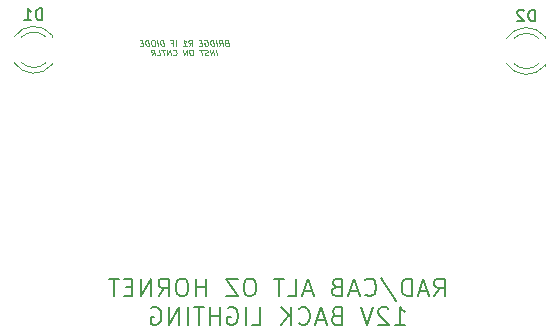
<source format=gbr>
%TF.GenerationSoftware,KiCad,Pcbnew,(6.0.7-1)-1*%
%TF.CreationDate,2023-10-30T20:01:34+10:00*%
%TF.ProjectId,GAUGE_Analog Instruments-12v,47415547-455f-4416-9e61-6c6f6720496e,rev?*%
%TF.SameCoordinates,Original*%
%TF.FileFunction,Legend,Bot*%
%TF.FilePolarity,Positive*%
%FSLAX46Y46*%
G04 Gerber Fmt 4.6, Leading zero omitted, Abs format (unit mm)*
G04 Created by KiCad (PCBNEW (6.0.7-1)-1) date 2023-10-30 20:01:34*
%MOMM*%
%LPD*%
G01*
G04 APERTURE LIST*
%ADD10C,0.200000*%
%ADD11C,0.100000*%
%ADD12C,0.150000*%
%ADD13C,0.120000*%
G04 APERTURE END LIST*
D10*
X193365515Y-99455645D02*
X193865515Y-98741359D01*
X194222657Y-99455645D02*
X194222657Y-97955645D01*
X193651229Y-97955645D01*
X193508372Y-98027074D01*
X193436943Y-98098502D01*
X193365515Y-98241359D01*
X193365515Y-98455645D01*
X193436943Y-98598502D01*
X193508372Y-98669931D01*
X193651229Y-98741359D01*
X194222657Y-98741359D01*
X192794086Y-99027074D02*
X192079800Y-99027074D01*
X192936943Y-99455645D02*
X192436943Y-97955645D01*
X191936943Y-99455645D01*
X191436943Y-99455645D02*
X191436943Y-97955645D01*
X191079800Y-97955645D01*
X190865515Y-98027074D01*
X190722657Y-98169931D01*
X190651229Y-98312788D01*
X190579800Y-98598502D01*
X190579800Y-98812788D01*
X190651229Y-99098502D01*
X190722657Y-99241359D01*
X190865515Y-99384216D01*
X191079800Y-99455645D01*
X191436943Y-99455645D01*
X188865515Y-97884216D02*
X190151229Y-99812788D01*
X187508372Y-99312788D02*
X187579800Y-99384216D01*
X187794086Y-99455645D01*
X187936943Y-99455645D01*
X188151229Y-99384216D01*
X188294086Y-99241359D01*
X188365515Y-99098502D01*
X188436943Y-98812788D01*
X188436943Y-98598502D01*
X188365515Y-98312788D01*
X188294086Y-98169931D01*
X188151229Y-98027074D01*
X187936943Y-97955645D01*
X187794086Y-97955645D01*
X187579800Y-98027074D01*
X187508372Y-98098502D01*
X186936943Y-99027074D02*
X186222657Y-99027074D01*
X187079800Y-99455645D02*
X186579800Y-97955645D01*
X186079800Y-99455645D01*
X185079800Y-98669931D02*
X184865515Y-98741359D01*
X184794086Y-98812788D01*
X184722657Y-98955645D01*
X184722657Y-99169931D01*
X184794086Y-99312788D01*
X184865515Y-99384216D01*
X185008372Y-99455645D01*
X185579800Y-99455645D01*
X185579800Y-97955645D01*
X185079800Y-97955645D01*
X184936943Y-98027074D01*
X184865515Y-98098502D01*
X184794086Y-98241359D01*
X184794086Y-98384216D01*
X184865515Y-98527074D01*
X184936943Y-98598502D01*
X185079800Y-98669931D01*
X185579800Y-98669931D01*
X183008372Y-99027074D02*
X182294086Y-99027074D01*
X183151229Y-99455645D02*
X182651229Y-97955645D01*
X182151229Y-99455645D01*
X180936943Y-99455645D02*
X181651229Y-99455645D01*
X181651229Y-97955645D01*
X180651229Y-97955645D02*
X179794086Y-97955645D01*
X180222657Y-99455645D02*
X180222657Y-97955645D01*
X177865515Y-97955645D02*
X177579800Y-97955645D01*
X177436943Y-98027074D01*
X177294086Y-98169931D01*
X177222657Y-98455645D01*
X177222657Y-98955645D01*
X177294086Y-99241359D01*
X177436943Y-99384216D01*
X177579800Y-99455645D01*
X177865515Y-99455645D01*
X178008372Y-99384216D01*
X178151229Y-99241359D01*
X178222657Y-98955645D01*
X178222657Y-98455645D01*
X178151229Y-98169931D01*
X178008372Y-98027074D01*
X177865515Y-97955645D01*
X176722657Y-97955645D02*
X175722657Y-97955645D01*
X176722657Y-99455645D01*
X175722657Y-99455645D01*
X174008372Y-99455645D02*
X174008372Y-97955645D01*
X174008372Y-98669931D02*
X173151229Y-98669931D01*
X173151229Y-99455645D02*
X173151229Y-97955645D01*
X172151229Y-97955645D02*
X171865515Y-97955645D01*
X171722657Y-98027074D01*
X171579800Y-98169931D01*
X171508372Y-98455645D01*
X171508372Y-98955645D01*
X171579800Y-99241359D01*
X171722657Y-99384216D01*
X171865515Y-99455645D01*
X172151229Y-99455645D01*
X172294086Y-99384216D01*
X172436943Y-99241359D01*
X172508372Y-98955645D01*
X172508372Y-98455645D01*
X172436943Y-98169931D01*
X172294086Y-98027074D01*
X172151229Y-97955645D01*
X170008372Y-99455645D02*
X170508372Y-98741359D01*
X170865515Y-99455645D02*
X170865515Y-97955645D01*
X170294086Y-97955645D01*
X170151229Y-98027074D01*
X170079800Y-98098502D01*
X170008372Y-98241359D01*
X170008372Y-98455645D01*
X170079800Y-98598502D01*
X170151229Y-98669931D01*
X170294086Y-98741359D01*
X170865515Y-98741359D01*
X169365515Y-99455645D02*
X169365515Y-97955645D01*
X168508372Y-99455645D01*
X168508372Y-97955645D01*
X167794086Y-98669931D02*
X167294086Y-98669931D01*
X167079800Y-99455645D02*
X167794086Y-99455645D01*
X167794086Y-97955645D01*
X167079800Y-97955645D01*
X166651229Y-97955645D02*
X165794086Y-97955645D01*
X166222657Y-99455645D02*
X166222657Y-97955645D01*
X190044086Y-101870645D02*
X190901229Y-101870645D01*
X190472657Y-101870645D02*
X190472657Y-100370645D01*
X190615515Y-100584931D01*
X190758372Y-100727788D01*
X190901229Y-100799216D01*
X189472657Y-100513502D02*
X189401229Y-100442074D01*
X189258372Y-100370645D01*
X188901229Y-100370645D01*
X188758372Y-100442074D01*
X188686943Y-100513502D01*
X188615515Y-100656359D01*
X188615515Y-100799216D01*
X188686943Y-101013502D01*
X189544086Y-101870645D01*
X188615515Y-101870645D01*
X188186943Y-100370645D02*
X187686943Y-101870645D01*
X187186943Y-100370645D01*
X185044086Y-101084931D02*
X184829800Y-101156359D01*
X184758372Y-101227788D01*
X184686943Y-101370645D01*
X184686943Y-101584931D01*
X184758372Y-101727788D01*
X184829800Y-101799216D01*
X184972657Y-101870645D01*
X185544086Y-101870645D01*
X185544086Y-100370645D01*
X185044086Y-100370645D01*
X184901229Y-100442074D01*
X184829800Y-100513502D01*
X184758372Y-100656359D01*
X184758372Y-100799216D01*
X184829800Y-100942074D01*
X184901229Y-101013502D01*
X185044086Y-101084931D01*
X185544086Y-101084931D01*
X184115515Y-101442074D02*
X183401229Y-101442074D01*
X184258372Y-101870645D02*
X183758372Y-100370645D01*
X183258372Y-101870645D01*
X181901229Y-101727788D02*
X181972657Y-101799216D01*
X182186943Y-101870645D01*
X182329800Y-101870645D01*
X182544086Y-101799216D01*
X182686943Y-101656359D01*
X182758372Y-101513502D01*
X182829800Y-101227788D01*
X182829800Y-101013502D01*
X182758372Y-100727788D01*
X182686943Y-100584931D01*
X182544086Y-100442074D01*
X182329800Y-100370645D01*
X182186943Y-100370645D01*
X181972657Y-100442074D01*
X181901229Y-100513502D01*
X181258372Y-101870645D02*
X181258372Y-100370645D01*
X180401229Y-101870645D02*
X181044086Y-101013502D01*
X180401229Y-100370645D02*
X181258372Y-101227788D01*
X177901229Y-101870645D02*
X178615515Y-101870645D01*
X178615515Y-100370645D01*
X177401229Y-101870645D02*
X177401229Y-100370645D01*
X175901229Y-100442074D02*
X176044086Y-100370645D01*
X176258372Y-100370645D01*
X176472657Y-100442074D01*
X176615515Y-100584931D01*
X176686943Y-100727788D01*
X176758372Y-101013502D01*
X176758372Y-101227788D01*
X176686943Y-101513502D01*
X176615515Y-101656359D01*
X176472657Y-101799216D01*
X176258372Y-101870645D01*
X176115515Y-101870645D01*
X175901229Y-101799216D01*
X175829800Y-101727788D01*
X175829800Y-101227788D01*
X176115515Y-101227788D01*
X175186943Y-101870645D02*
X175186943Y-100370645D01*
X175186943Y-101084931D02*
X174329800Y-101084931D01*
X174329800Y-101870645D02*
X174329800Y-100370645D01*
X173829800Y-100370645D02*
X172972657Y-100370645D01*
X173401229Y-101870645D02*
X173401229Y-100370645D01*
X172472657Y-101870645D02*
X172472657Y-100370645D01*
X171758372Y-101870645D02*
X171758372Y-100370645D01*
X170901229Y-101870645D01*
X170901229Y-100370645D01*
X169401229Y-100442074D02*
X169544086Y-100370645D01*
X169758372Y-100370645D01*
X169972657Y-100442074D01*
X170115515Y-100584931D01*
X170186943Y-100727788D01*
X170258372Y-101013502D01*
X170258372Y-101227788D01*
X170186943Y-101513502D01*
X170115515Y-101656359D01*
X169972657Y-101799216D01*
X169758372Y-101870645D01*
X169615515Y-101870645D01*
X169401229Y-101799216D01*
X169329800Y-101727788D01*
X169329800Y-101227788D01*
X169615515Y-101227788D01*
D11*
X175739637Y-77996359D02*
X175671184Y-78020169D01*
X175650351Y-78043978D01*
X175632494Y-78091597D01*
X175641422Y-78163026D01*
X175671184Y-78210645D01*
X175697970Y-78234454D01*
X175748565Y-78258264D01*
X175939041Y-78258264D01*
X175876541Y-77758264D01*
X175709875Y-77758264D01*
X175665232Y-77782074D01*
X175644398Y-77805883D01*
X175626541Y-77853502D01*
X175632494Y-77901121D01*
X175662256Y-77948740D01*
X175689041Y-77972550D01*
X175739637Y-77996359D01*
X175906303Y-77996359D01*
X175153327Y-78258264D02*
X175290232Y-78020169D01*
X175439041Y-78258264D02*
X175376541Y-77758264D01*
X175186065Y-77758264D01*
X175141422Y-77782074D01*
X175120589Y-77805883D01*
X175102732Y-77853502D01*
X175111660Y-77924931D01*
X175141422Y-77972550D01*
X175168208Y-77996359D01*
X175218803Y-78020169D01*
X175409279Y-78020169D01*
X174939041Y-78258264D02*
X174876541Y-77758264D01*
X174700946Y-78258264D02*
X174638446Y-77758264D01*
X174519398Y-77758264D01*
X174450946Y-77782074D01*
X174409279Y-77829693D01*
X174391422Y-77877312D01*
X174379517Y-77972550D01*
X174388446Y-78043978D01*
X174424160Y-78139216D01*
X174453922Y-78186835D01*
X174507494Y-78234454D01*
X174581898Y-78258264D01*
X174700946Y-78258264D01*
X173879517Y-77782074D02*
X173924160Y-77758264D01*
X173995589Y-77758264D01*
X174069994Y-77782074D01*
X174123565Y-77829693D01*
X174153327Y-77877312D01*
X174189041Y-77972550D01*
X174197970Y-78043978D01*
X174186065Y-78139216D01*
X174168208Y-78186835D01*
X174126541Y-78234454D01*
X174058089Y-78258264D01*
X174010470Y-78258264D01*
X173936065Y-78234454D01*
X173909279Y-78210645D01*
X173888446Y-78043978D01*
X173983684Y-78043978D01*
X173668208Y-77996359D02*
X173501541Y-77996359D01*
X173462851Y-78258264D02*
X173700946Y-78258264D01*
X173638446Y-77758264D01*
X173400351Y-77758264D01*
X172581898Y-78258264D02*
X172718803Y-78020169D01*
X172867613Y-78258264D02*
X172805113Y-77758264D01*
X172614637Y-77758264D01*
X172569994Y-77782074D01*
X172549160Y-77805883D01*
X172531303Y-77853502D01*
X172540232Y-77924931D01*
X172569994Y-77972550D01*
X172596779Y-77996359D01*
X172647375Y-78020169D01*
X172837851Y-78020169D01*
X172105708Y-78258264D02*
X172391422Y-78258264D01*
X172248565Y-78258264D02*
X172186065Y-77758264D01*
X172242613Y-77829693D01*
X172296184Y-77877312D01*
X172346779Y-77901121D01*
X171510470Y-78258264D02*
X171447970Y-77758264D01*
X171072970Y-77996359D02*
X171239637Y-77996359D01*
X171272375Y-78258264D02*
X171209875Y-77758264D01*
X170971779Y-77758264D01*
X170462851Y-78258264D02*
X170400351Y-77758264D01*
X170281303Y-77758264D01*
X170212851Y-77782074D01*
X170171184Y-77829693D01*
X170153327Y-77877312D01*
X170141422Y-77972550D01*
X170150351Y-78043978D01*
X170186065Y-78139216D01*
X170215827Y-78186835D01*
X170269398Y-78234454D01*
X170343803Y-78258264D01*
X170462851Y-78258264D01*
X169962851Y-78258264D02*
X169900351Y-77758264D01*
X169567017Y-77758264D02*
X169471779Y-77758264D01*
X169427137Y-77782074D01*
X169385470Y-77829693D01*
X169373565Y-77924931D01*
X169394398Y-78091597D01*
X169430113Y-78186835D01*
X169483684Y-78234454D01*
X169534279Y-78258264D01*
X169629517Y-78258264D01*
X169674160Y-78234454D01*
X169715827Y-78186835D01*
X169727732Y-78091597D01*
X169706898Y-77924931D01*
X169671184Y-77829693D01*
X169617613Y-77782074D01*
X169567017Y-77758264D01*
X169200946Y-78258264D02*
X169138446Y-77758264D01*
X169019398Y-77758264D01*
X168950946Y-77782074D01*
X168909279Y-77829693D01*
X168891422Y-77877312D01*
X168879517Y-77972550D01*
X168888446Y-78043978D01*
X168924160Y-78139216D01*
X168953922Y-78186835D01*
X169007494Y-78234454D01*
X169081898Y-78258264D01*
X169200946Y-78258264D01*
X168668208Y-77996359D02*
X168501541Y-77996359D01*
X168462851Y-78258264D02*
X168700946Y-78258264D01*
X168638446Y-77758264D01*
X168400351Y-77758264D01*
X174962851Y-79063264D02*
X174900351Y-78563264D01*
X174724756Y-79063264D02*
X174662256Y-78563264D01*
X174439041Y-79063264D01*
X174376541Y-78563264D01*
X174221779Y-79039454D02*
X174153327Y-79063264D01*
X174034279Y-79063264D01*
X173983684Y-79039454D01*
X173956898Y-79015645D01*
X173927137Y-78968026D01*
X173921184Y-78920407D01*
X173939041Y-78872788D01*
X173959875Y-78848978D01*
X174004517Y-78825169D01*
X174096779Y-78801359D01*
X174141422Y-78777550D01*
X174162256Y-78753740D01*
X174180113Y-78706121D01*
X174174160Y-78658502D01*
X174144398Y-78610883D01*
X174117613Y-78587074D01*
X174067017Y-78563264D01*
X173947970Y-78563264D01*
X173879517Y-78587074D01*
X173733684Y-78563264D02*
X173447970Y-78563264D01*
X173653327Y-79063264D02*
X173590827Y-78563264D01*
X172805113Y-78563264D02*
X172709875Y-78563264D01*
X172665232Y-78587074D01*
X172623565Y-78634693D01*
X172611660Y-78729931D01*
X172632494Y-78896597D01*
X172668208Y-78991835D01*
X172721779Y-79039454D01*
X172772375Y-79063264D01*
X172867613Y-79063264D01*
X172912256Y-79039454D01*
X172953922Y-78991835D01*
X172965827Y-78896597D01*
X172944994Y-78729931D01*
X172909279Y-78634693D01*
X172855708Y-78587074D01*
X172805113Y-78563264D01*
X172439041Y-79063264D02*
X172376541Y-78563264D01*
X172153327Y-79063264D01*
X172090827Y-78563264D01*
X171242613Y-79015645D02*
X171269398Y-79039454D01*
X171343803Y-79063264D01*
X171391422Y-79063264D01*
X171459875Y-79039454D01*
X171501541Y-78991835D01*
X171519398Y-78944216D01*
X171531303Y-78848978D01*
X171522375Y-78777550D01*
X171486660Y-78682312D01*
X171456898Y-78634693D01*
X171403327Y-78587074D01*
X171328922Y-78563264D01*
X171281303Y-78563264D01*
X171212851Y-78587074D01*
X171192017Y-78610883D01*
X171034279Y-79063264D02*
X170971779Y-78563264D01*
X170748565Y-79063264D01*
X170686065Y-78563264D01*
X170519398Y-78563264D02*
X170233684Y-78563264D01*
X170439041Y-79063264D02*
X170376541Y-78563264D01*
X169891422Y-79063264D02*
X170129517Y-79063264D01*
X170067017Y-78563264D01*
X169439041Y-79063264D02*
X169575946Y-78825169D01*
X169724756Y-79063264D02*
X169662256Y-78563264D01*
X169471779Y-78563264D01*
X169427137Y-78587074D01*
X169406303Y-78610883D01*
X169388446Y-78658502D01*
X169397375Y-78729931D01*
X169427137Y-78777550D01*
X169453922Y-78801359D01*
X169504517Y-78825169D01*
X169694994Y-78825169D01*
D12*
%TO.C,D1*%
X160183595Y-76076980D02*
X160183595Y-75076980D01*
X159945500Y-75076980D01*
X159802642Y-75124600D01*
X159707404Y-75219838D01*
X159659785Y-75315076D01*
X159612166Y-75505552D01*
X159612166Y-75648409D01*
X159659785Y-75838885D01*
X159707404Y-75934123D01*
X159802642Y-76029361D01*
X159945500Y-76076980D01*
X160183595Y-76076980D01*
X158659785Y-76076980D02*
X159231214Y-76076980D01*
X158945500Y-76076980D02*
X158945500Y-75076980D01*
X159040738Y-75219838D01*
X159135976Y-75315076D01*
X159231214Y-75362695D01*
%TO.C,D2*%
X201894595Y-76176980D02*
X201894595Y-75176980D01*
X201656500Y-75176980D01*
X201513642Y-75224600D01*
X201418404Y-75319838D01*
X201370785Y-75415076D01*
X201323166Y-75605552D01*
X201323166Y-75748409D01*
X201370785Y-75938885D01*
X201418404Y-76034123D01*
X201513642Y-76129361D01*
X201656500Y-76176980D01*
X201894595Y-76176980D01*
X200942214Y-75272219D02*
X200894595Y-75224600D01*
X200799357Y-75176980D01*
X200561261Y-75176980D01*
X200466023Y-75224600D01*
X200418404Y-75272219D01*
X200370785Y-75367457D01*
X200370785Y-75462695D01*
X200418404Y-75605552D01*
X200989833Y-76176980D01*
X200370785Y-76176980D01*
D13*
%TO.C,D1*%
X161005500Y-77348600D02*
X161005500Y-77504600D01*
X161005500Y-79664600D02*
X161005500Y-79820600D01*
X160486461Y-77504600D02*
G75*
G03*
X158404370Y-77504763I-1040961J-1080000D01*
G01*
X157773165Y-79663208D02*
G75*
G03*
X161005500Y-79820116I1672335J1078608D01*
G01*
X158404370Y-79664437D02*
G75*
G03*
X160486461Y-79664600I1041130J1079837D01*
G01*
X161005500Y-77349084D02*
G75*
G03*
X157773165Y-77505992I-1560000J-1235516D01*
G01*
%TO.C,D2*%
X202716500Y-77448600D02*
X202716500Y-77604600D01*
X202716500Y-79764600D02*
X202716500Y-79920600D01*
X202197461Y-77604600D02*
G75*
G03*
X200115370Y-77604763I-1040961J-1080000D01*
G01*
X202716500Y-77449084D02*
G75*
G03*
X199484165Y-77605992I-1560000J-1235516D01*
G01*
X200115370Y-79764437D02*
G75*
G03*
X202197461Y-79764600I1041130J1079837D01*
G01*
X199484165Y-79763208D02*
G75*
G03*
X202716500Y-79920116I1672335J1078608D01*
G01*
%TD*%
M02*

</source>
